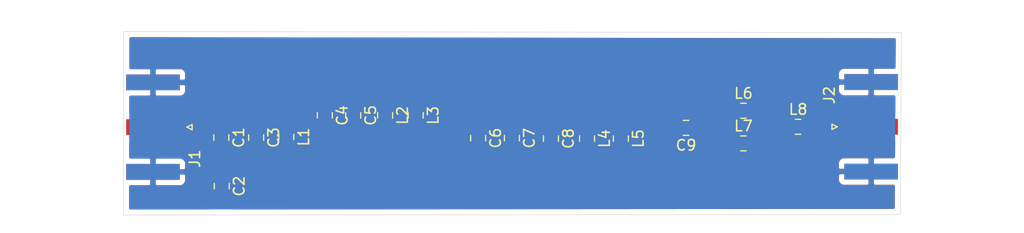
<source format=kicad_pcb>
(kicad_pcb (version 20171130) (host pcbnew "(6.0.0-rc1-dev-305-gf0b8b21)")

  (general
    (thickness 1.6)
    (drawings 4)
    (tracks 30)
    (zones 0)
    (modules 19)
    (nets 9)
  )

  (page A4)
  (layers
    (0 F.Cu signal)
    (31 B.Cu signal)
    (32 B.Adhes user)
    (33 F.Adhes user)
    (34 B.Paste user)
    (35 F.Paste user)
    (36 B.SilkS user)
    (37 F.SilkS user)
    (38 B.Mask user)
    (39 F.Mask user)
    (40 Dwgs.User user)
    (41 Cmts.User user)
    (42 Eco1.User user)
    (43 Eco2.User user)
    (44 Edge.Cuts user)
    (45 Margin user)
    (46 B.CrtYd user)
    (47 F.CrtYd user)
    (48 B.Fab user)
    (49 F.Fab user)
  )

  (setup
    (last_trace_width 0.25)
    (trace_clearance 0.2)
    (zone_clearance 0.508)
    (zone_45_only no)
    (trace_min 0.2)
    (via_size 0.8)
    (via_drill 0.4)
    (via_min_size 0.4)
    (via_min_drill 0.3)
    (uvia_size 0.3)
    (uvia_drill 0.1)
    (uvias_allowed no)
    (uvia_min_size 0.2)
    (uvia_min_drill 0.1)
    (edge_width 0.05)
    (segment_width 0.2)
    (pcb_text_width 0.3)
    (pcb_text_size 1.5 1.5)
    (mod_edge_width 0.12)
    (mod_text_size 1 1)
    (mod_text_width 0.15)
    (pad_size 1.524 1.524)
    (pad_drill 0.762)
    (pad_to_mask_clearance 0.2)
    (aux_axis_origin 0 0)
    (visible_elements FFFFFF7F)
    (pcbplotparams
      (layerselection 0x01000_ffffffff)
      (usegerberextensions false)
      (usegerberattributes false)
      (usegerberadvancedattributes false)
      (creategerberjobfile false)
      (excludeedgelayer true)
      (linewidth 0.100000)
      (plotframeref false)
      (viasonmask false)
      (mode 1)
      (useauxorigin false)
      (hpglpennumber 1)
      (hpglpenspeed 20)
      (hpglpendiameter 15.000000)
      (psnegative false)
      (psa4output false)
      (plotreference true)
      (plotvalue true)
      (plotinvisibletext false)
      (padsonsilk false)
      (subtractmaskfromsilk false)
      (outputformat 1)
      (mirror false)
      (drillshape 0)
      (scaleselection 1)
      (outputdirectory "../"))
  )

  (net 0 "")
  (net 1 "Net-(C1-Pad1)")
  (net 2 "Net-(C1-Pad2)")
  (net 3 GND)
  (net 4 "Net-(C4-Pad1)")
  (net 5 "Net-(C6-Pad1)")
  (net 6 "Net-(C9-Pad1)")
  (net 7 "Net-(J2-Pad1)")
  (net 8 "Net-(L6-Pad2)")

  (net_class Default "This is the default net class."
    (clearance 0.2)
    (trace_width 0.25)
    (via_dia 0.8)
    (via_drill 0.4)
    (uvia_dia 0.3)
    (uvia_drill 0.1)
    (add_net GND)
    (add_net "Net-(C1-Pad1)")
    (add_net "Net-(C1-Pad2)")
    (add_net "Net-(C4-Pad1)")
    (add_net "Net-(C6-Pad1)")
    (add_net "Net-(C9-Pad1)")
    (add_net "Net-(J2-Pad1)")
    (add_net "Net-(L6-Pad2)")
  )

  (module Capacitor_SMD:C_0805_2012Metric_Pad1.15x1.40mm_HandSolder (layer F.Cu) (tedit 5B36C52B) (tstamp 5E17D681)
    (at 124.2568 60.969 270)
    (descr "Capacitor SMD 0805 (2012 Metric), square (rectangular) end terminal, IPC_7351 nominal with elongated pad for handsoldering. (Body size source: https://docs.google.com/spreadsheets/d/1BsfQQcO9C6DZCsRaXUlFlo91Tg2WpOkGARC1WS5S8t0/edit?usp=sharing), generated with kicad-footprint-generator")
    (tags "capacitor handsolder")
    (path /5E17CEE0)
    (attr smd)
    (fp_text reference C1 (at 0 -1.65 270) (layer F.SilkS)
      (effects (font (size 1 1) (thickness 0.15)))
    )
    (fp_text value 4.7nF (at 0 1.65 270) (layer F.Fab)
      (effects (font (size 1 1) (thickness 0.15)))
    )
    (fp_line (start -1 0.6) (end -1 -0.6) (layer F.Fab) (width 0.1))
    (fp_line (start -1 -0.6) (end 1 -0.6) (layer F.Fab) (width 0.1))
    (fp_line (start 1 -0.6) (end 1 0.6) (layer F.Fab) (width 0.1))
    (fp_line (start 1 0.6) (end -1 0.6) (layer F.Fab) (width 0.1))
    (fp_line (start -0.261252 -0.71) (end 0.261252 -0.71) (layer F.SilkS) (width 0.12))
    (fp_line (start -0.261252 0.71) (end 0.261252 0.71) (layer F.SilkS) (width 0.12))
    (fp_line (start -1.85 0.95) (end -1.85 -0.95) (layer F.CrtYd) (width 0.05))
    (fp_line (start -1.85 -0.95) (end 1.85 -0.95) (layer F.CrtYd) (width 0.05))
    (fp_line (start 1.85 -0.95) (end 1.85 0.95) (layer F.CrtYd) (width 0.05))
    (fp_line (start 1.85 0.95) (end -1.85 0.95) (layer F.CrtYd) (width 0.05))
    (fp_text user %R (at 0 0 270) (layer F.Fab)
      (effects (font (size 0.5 0.5) (thickness 0.08)))
    )
    (pad 1 smd roundrect (at -1.025 0 270) (size 1.15 1.4) (layers F.Cu F.Paste F.Mask) (roundrect_rratio 0.217391)
      (net 1 "Net-(C1-Pad1)"))
    (pad 2 smd roundrect (at 1.025 0 270) (size 1.15 1.4) (layers F.Cu F.Paste F.Mask) (roundrect_rratio 0.217391)
      (net 2 "Net-(C1-Pad2)"))
    (model ${KISYS3DMOD}/Capacitor_SMD.3dshapes/C_0805_2012Metric.wrl
      (at (xyz 0 0 0))
      (scale (xyz 1 1 1))
      (rotate (xyz 0 0 0))
    )
  )

  (module Capacitor_SMD:C_0805_2012Metric_Pad1.15x1.40mm_HandSolder (layer F.Cu) (tedit 5B36C52B) (tstamp 5E17D692)
    (at 124.2986 65.5828 270)
    (descr "Capacitor SMD 0805 (2012 Metric), square (rectangular) end terminal, IPC_7351 nominal with elongated pad for handsoldering. (Body size source: https://docs.google.com/spreadsheets/d/1BsfQQcO9C6DZCsRaXUlFlo91Tg2WpOkGARC1WS5S8t0/edit?usp=sharing), generated with kicad-footprint-generator")
    (tags "capacitor handsolder")
    (path /5E17CF65)
    (attr smd)
    (fp_text reference C2 (at 0 -1.65 270) (layer F.SilkS)
      (effects (font (size 1 1) (thickness 0.15)))
    )
    (fp_text value 4.7nF (at 0 1.65 270) (layer F.Fab)
      (effects (font (size 1 1) (thickness 0.15)))
    )
    (fp_text user %R (at 0 0 270) (layer F.Fab)
      (effects (font (size 0.5 0.5) (thickness 0.08)))
    )
    (fp_line (start 1.85 0.95) (end -1.85 0.95) (layer F.CrtYd) (width 0.05))
    (fp_line (start 1.85 -0.95) (end 1.85 0.95) (layer F.CrtYd) (width 0.05))
    (fp_line (start -1.85 -0.95) (end 1.85 -0.95) (layer F.CrtYd) (width 0.05))
    (fp_line (start -1.85 0.95) (end -1.85 -0.95) (layer F.CrtYd) (width 0.05))
    (fp_line (start -0.261252 0.71) (end 0.261252 0.71) (layer F.SilkS) (width 0.12))
    (fp_line (start -0.261252 -0.71) (end 0.261252 -0.71) (layer F.SilkS) (width 0.12))
    (fp_line (start 1 0.6) (end -1 0.6) (layer F.Fab) (width 0.1))
    (fp_line (start 1 -0.6) (end 1 0.6) (layer F.Fab) (width 0.1))
    (fp_line (start -1 -0.6) (end 1 -0.6) (layer F.Fab) (width 0.1))
    (fp_line (start -1 0.6) (end -1 -0.6) (layer F.Fab) (width 0.1))
    (pad 2 smd roundrect (at 1.025 0 270) (size 1.15 1.4) (layers F.Cu F.Paste F.Mask) (roundrect_rratio 0.217391)
      (net 3 GND))
    (pad 1 smd roundrect (at -1.025 0 270) (size 1.15 1.4) (layers F.Cu F.Paste F.Mask) (roundrect_rratio 0.217391)
      (net 2 "Net-(C1-Pad2)"))
    (model ${KISYS3DMOD}/Capacitor_SMD.3dshapes/C_0805_2012Metric.wrl
      (at (xyz 0 0 0))
      (scale (xyz 1 1 1))
      (rotate (xyz 0 0 0))
    )
  )

  (module Capacitor_SMD:C_0805_2012Metric_Pad1.15x1.40mm_HandSolder (layer F.Cu) (tedit 5B36C52B) (tstamp 5E17D6A3)
    (at 127.5588 60.969 270)
    (descr "Capacitor SMD 0805 (2012 Metric), square (rectangular) end terminal, IPC_7351 nominal with elongated pad for handsoldering. (Body size source: https://docs.google.com/spreadsheets/d/1BsfQQcO9C6DZCsRaXUlFlo91Tg2WpOkGARC1WS5S8t0/edit?usp=sharing), generated with kicad-footprint-generator")
    (tags "capacitor handsolder")
    (path /5E17CFB3)
    (attr smd)
    (fp_text reference C3 (at 0 -1.65 270) (layer F.SilkS)
      (effects (font (size 1 1) (thickness 0.15)))
    )
    (fp_text value 86pF (at 0 1.65 270) (layer F.Fab)
      (effects (font (size 1 1) (thickness 0.15)))
    )
    (fp_line (start -1 0.6) (end -1 -0.6) (layer F.Fab) (width 0.1))
    (fp_line (start -1 -0.6) (end 1 -0.6) (layer F.Fab) (width 0.1))
    (fp_line (start 1 -0.6) (end 1 0.6) (layer F.Fab) (width 0.1))
    (fp_line (start 1 0.6) (end -1 0.6) (layer F.Fab) (width 0.1))
    (fp_line (start -0.261252 -0.71) (end 0.261252 -0.71) (layer F.SilkS) (width 0.12))
    (fp_line (start -0.261252 0.71) (end 0.261252 0.71) (layer F.SilkS) (width 0.12))
    (fp_line (start -1.85 0.95) (end -1.85 -0.95) (layer F.CrtYd) (width 0.05))
    (fp_line (start -1.85 -0.95) (end 1.85 -0.95) (layer F.CrtYd) (width 0.05))
    (fp_line (start 1.85 -0.95) (end 1.85 0.95) (layer F.CrtYd) (width 0.05))
    (fp_line (start 1.85 0.95) (end -1.85 0.95) (layer F.CrtYd) (width 0.05))
    (fp_text user %R (at 0 0 270) (layer F.Fab)
      (effects (font (size 0.5 0.5) (thickness 0.08)))
    )
    (pad 1 smd roundrect (at -1.025 0 270) (size 1.15 1.4) (layers F.Cu F.Paste F.Mask) (roundrect_rratio 0.217391)
      (net 1 "Net-(C1-Pad1)"))
    (pad 2 smd roundrect (at 1.025 0 270) (size 1.15 1.4) (layers F.Cu F.Paste F.Mask) (roundrect_rratio 0.217391)
      (net 3 GND))
    (model ${KISYS3DMOD}/Capacitor_SMD.3dshapes/C_0805_2012Metric.wrl
      (at (xyz 0 0 0))
      (scale (xyz 1 1 1))
      (rotate (xyz 0 0 0))
    )
  )

  (module Capacitor_SMD:C_0805_2012Metric_Pad1.15x1.40mm_HandSolder (layer F.Cu) (tedit 5B36C52B) (tstamp 5E17D6B4)
    (at 134.0612 58.8608 270)
    (descr "Capacitor SMD 0805 (2012 Metric), square (rectangular) end terminal, IPC_7351 nominal with elongated pad for handsoldering. (Body size source: https://docs.google.com/spreadsheets/d/1BsfQQcO9C6DZCsRaXUlFlo91Tg2WpOkGARC1WS5S8t0/edit?usp=sharing), generated with kicad-footprint-generator")
    (tags "capacitor handsolder")
    (path /5E17D0B2)
    (attr smd)
    (fp_text reference C4 (at 0 -1.65 270) (layer F.SilkS)
      (effects (font (size 1 1) (thickness 0.15)))
    )
    (fp_text value 3.9pF (at 0 1.65 270) (layer F.Fab)
      (effects (font (size 1 1) (thickness 0.15)))
    )
    (fp_line (start -1 0.6) (end -1 -0.6) (layer F.Fab) (width 0.1))
    (fp_line (start -1 -0.6) (end 1 -0.6) (layer F.Fab) (width 0.1))
    (fp_line (start 1 -0.6) (end 1 0.6) (layer F.Fab) (width 0.1))
    (fp_line (start 1 0.6) (end -1 0.6) (layer F.Fab) (width 0.1))
    (fp_line (start -0.261252 -0.71) (end 0.261252 -0.71) (layer F.SilkS) (width 0.12))
    (fp_line (start -0.261252 0.71) (end 0.261252 0.71) (layer F.SilkS) (width 0.12))
    (fp_line (start -1.85 0.95) (end -1.85 -0.95) (layer F.CrtYd) (width 0.05))
    (fp_line (start -1.85 -0.95) (end 1.85 -0.95) (layer F.CrtYd) (width 0.05))
    (fp_line (start 1.85 -0.95) (end 1.85 0.95) (layer F.CrtYd) (width 0.05))
    (fp_line (start 1.85 0.95) (end -1.85 0.95) (layer F.CrtYd) (width 0.05))
    (fp_text user %R (at 0 0 270) (layer F.Fab)
      (effects (font (size 0.5 0.5) (thickness 0.08)))
    )
    (pad 1 smd roundrect (at -1.025 0 270) (size 1.15 1.4) (layers F.Cu F.Paste F.Mask) (roundrect_rratio 0.217391)
      (net 4 "Net-(C4-Pad1)"))
    (pad 2 smd roundrect (at 1.025 0 270) (size 1.15 1.4) (layers F.Cu F.Paste F.Mask) (roundrect_rratio 0.217391)
      (net 1 "Net-(C1-Pad1)"))
    (model ${KISYS3DMOD}/Capacitor_SMD.3dshapes/C_0805_2012Metric.wrl
      (at (xyz 0 0 0))
      (scale (xyz 1 1 1))
      (rotate (xyz 0 0 0))
    )
  )

  (module Capacitor_SMD:C_0805_2012Metric_Pad1.15x1.40mm_HandSolder (layer F.Cu) (tedit 5B36C52B) (tstamp 5E17D6C5)
    (at 136.7536 58.8608 270)
    (descr "Capacitor SMD 0805 (2012 Metric), square (rectangular) end terminal, IPC_7351 nominal with elongated pad for handsoldering. (Body size source: https://docs.google.com/spreadsheets/d/1BsfQQcO9C6DZCsRaXUlFlo91Tg2WpOkGARC1WS5S8t0/edit?usp=sharing), generated with kicad-footprint-generator")
    (tags "capacitor handsolder")
    (path /5E17D061)
    (attr smd)
    (fp_text reference C5 (at 0 -1.65 270) (layer F.SilkS)
      (effects (font (size 1 1) (thickness 0.15)))
    )
    (fp_text value 3.9pF (at 0 1.65 270) (layer F.Fab)
      (effects (font (size 1 1) (thickness 0.15)))
    )
    (fp_text user %R (at 0 0 270) (layer F.Fab)
      (effects (font (size 0.5 0.5) (thickness 0.08)))
    )
    (fp_line (start 1.85 0.95) (end -1.85 0.95) (layer F.CrtYd) (width 0.05))
    (fp_line (start 1.85 -0.95) (end 1.85 0.95) (layer F.CrtYd) (width 0.05))
    (fp_line (start -1.85 -0.95) (end 1.85 -0.95) (layer F.CrtYd) (width 0.05))
    (fp_line (start -1.85 0.95) (end -1.85 -0.95) (layer F.CrtYd) (width 0.05))
    (fp_line (start -0.261252 0.71) (end 0.261252 0.71) (layer F.SilkS) (width 0.12))
    (fp_line (start -0.261252 -0.71) (end 0.261252 -0.71) (layer F.SilkS) (width 0.12))
    (fp_line (start 1 0.6) (end -1 0.6) (layer F.Fab) (width 0.1))
    (fp_line (start 1 -0.6) (end 1 0.6) (layer F.Fab) (width 0.1))
    (fp_line (start -1 -0.6) (end 1 -0.6) (layer F.Fab) (width 0.1))
    (fp_line (start -1 0.6) (end -1 -0.6) (layer F.Fab) (width 0.1))
    (pad 2 smd roundrect (at 1.025 0 270) (size 1.15 1.4) (layers F.Cu F.Paste F.Mask) (roundrect_rratio 0.217391)
      (net 1 "Net-(C1-Pad1)"))
    (pad 1 smd roundrect (at -1.025 0 270) (size 1.15 1.4) (layers F.Cu F.Paste F.Mask) (roundrect_rratio 0.217391)
      (net 4 "Net-(C4-Pad1)"))
    (model ${KISYS3DMOD}/Capacitor_SMD.3dshapes/C_0805_2012Metric.wrl
      (at (xyz 0 0 0))
      (scale (xyz 1 1 1))
      (rotate (xyz 0 0 0))
    )
  )

  (module Capacitor_SMD:C_0805_2012Metric_Pad1.15x1.40mm_HandSolder (layer F.Cu) (tedit 5B36C52B) (tstamp 5E17D6D6)
    (at 148.59 61.0198 270)
    (descr "Capacitor SMD 0805 (2012 Metric), square (rectangular) end terminal, IPC_7351 nominal with elongated pad for handsoldering. (Body size source: https://docs.google.com/spreadsheets/d/1BsfQQcO9C6DZCsRaXUlFlo91Tg2WpOkGARC1WS5S8t0/edit?usp=sharing), generated with kicad-footprint-generator")
    (tags "capacitor handsolder")
    (path /5E17D287)
    (attr smd)
    (fp_text reference C6 (at 0 -1.65 270) (layer F.SilkS)
      (effects (font (size 1 1) (thickness 0.15)))
    )
    (fp_text value 3.3nF (at 0 1.65 270) (layer F.Fab)
      (effects (font (size 1 1) (thickness 0.15)))
    )
    (fp_text user %R (at 0 0 270) (layer F.Fab)
      (effects (font (size 0.5 0.5) (thickness 0.08)))
    )
    (fp_line (start 1.85 0.95) (end -1.85 0.95) (layer F.CrtYd) (width 0.05))
    (fp_line (start 1.85 -0.95) (end 1.85 0.95) (layer F.CrtYd) (width 0.05))
    (fp_line (start -1.85 -0.95) (end 1.85 -0.95) (layer F.CrtYd) (width 0.05))
    (fp_line (start -1.85 0.95) (end -1.85 -0.95) (layer F.CrtYd) (width 0.05))
    (fp_line (start -0.261252 0.71) (end 0.261252 0.71) (layer F.SilkS) (width 0.12))
    (fp_line (start -0.261252 -0.71) (end 0.261252 -0.71) (layer F.SilkS) (width 0.12))
    (fp_line (start 1 0.6) (end -1 0.6) (layer F.Fab) (width 0.1))
    (fp_line (start 1 -0.6) (end 1 0.6) (layer F.Fab) (width 0.1))
    (fp_line (start -1 -0.6) (end 1 -0.6) (layer F.Fab) (width 0.1))
    (fp_line (start -1 0.6) (end -1 -0.6) (layer F.Fab) (width 0.1))
    (pad 2 smd roundrect (at 1.025 0 270) (size 1.15 1.4) (layers F.Cu F.Paste F.Mask) (roundrect_rratio 0.217391)
      (net 3 GND))
    (pad 1 smd roundrect (at -1.025 0 270) (size 1.15 1.4) (layers F.Cu F.Paste F.Mask) (roundrect_rratio 0.217391)
      (net 5 "Net-(C6-Pad1)"))
    (model ${KISYS3DMOD}/Capacitor_SMD.3dshapes/C_0805_2012Metric.wrl
      (at (xyz 0 0 0))
      (scale (xyz 1 1 1))
      (rotate (xyz 0 0 0))
    )
  )

  (module Capacitor_SMD:C_0805_2012Metric_Pad1.15x1.40mm_HandSolder (layer F.Cu) (tedit 5B36C52B) (tstamp 5E17D6E7)
    (at 151.7904 61.0198 270)
    (descr "Capacitor SMD 0805 (2012 Metric), square (rectangular) end terminal, IPC_7351 nominal with elongated pad for handsoldering. (Body size source: https://docs.google.com/spreadsheets/d/1BsfQQcO9C6DZCsRaXUlFlo91Tg2WpOkGARC1WS5S8t0/edit?usp=sharing), generated with kicad-footprint-generator")
    (tags "capacitor handsolder")
    (path /5E17D2F6)
    (attr smd)
    (fp_text reference C7 (at 0 -1.65 270) (layer F.SilkS)
      (effects (font (size 1 1) (thickness 0.15)))
    )
    (fp_text value 2.2nF (at 0 1.65 270) (layer F.Fab)
      (effects (font (size 1 1) (thickness 0.15)))
    )
    (fp_line (start -1 0.6) (end -1 -0.6) (layer F.Fab) (width 0.1))
    (fp_line (start -1 -0.6) (end 1 -0.6) (layer F.Fab) (width 0.1))
    (fp_line (start 1 -0.6) (end 1 0.6) (layer F.Fab) (width 0.1))
    (fp_line (start 1 0.6) (end -1 0.6) (layer F.Fab) (width 0.1))
    (fp_line (start -0.261252 -0.71) (end 0.261252 -0.71) (layer F.SilkS) (width 0.12))
    (fp_line (start -0.261252 0.71) (end 0.261252 0.71) (layer F.SilkS) (width 0.12))
    (fp_line (start -1.85 0.95) (end -1.85 -0.95) (layer F.CrtYd) (width 0.05))
    (fp_line (start -1.85 -0.95) (end 1.85 -0.95) (layer F.CrtYd) (width 0.05))
    (fp_line (start 1.85 -0.95) (end 1.85 0.95) (layer F.CrtYd) (width 0.05))
    (fp_line (start 1.85 0.95) (end -1.85 0.95) (layer F.CrtYd) (width 0.05))
    (fp_text user %R (at 0 0 270) (layer F.Fab)
      (effects (font (size 0.5 0.5) (thickness 0.08)))
    )
    (pad 1 smd roundrect (at -1.025 0 270) (size 1.15 1.4) (layers F.Cu F.Paste F.Mask) (roundrect_rratio 0.217391)
      (net 5 "Net-(C6-Pad1)"))
    (pad 2 smd roundrect (at 1.025 0 270) (size 1.15 1.4) (layers F.Cu F.Paste F.Mask) (roundrect_rratio 0.217391)
      (net 3 GND))
    (model ${KISYS3DMOD}/Capacitor_SMD.3dshapes/C_0805_2012Metric.wrl
      (at (xyz 0 0 0))
      (scale (xyz 1 1 1))
      (rotate (xyz 0 0 0))
    )
  )

  (module Capacitor_SMD:C_0805_2012Metric_Pad1.15x1.40mm_HandSolder (layer F.Cu) (tedit 5B36C52B) (tstamp 5E17D6F8)
    (at 155.4898 61.0616 270)
    (descr "Capacitor SMD 0805 (2012 Metric), square (rectangular) end terminal, IPC_7351 nominal with elongated pad for handsoldering. (Body size source: https://docs.google.com/spreadsheets/d/1BsfQQcO9C6DZCsRaXUlFlo91Tg2WpOkGARC1WS5S8t0/edit?usp=sharing), generated with kicad-footprint-generator")
    (tags "capacitor handsolder")
    (path /5E17D34C)
    (attr smd)
    (fp_text reference C8 (at 0 -1.65 270) (layer F.SilkS)
      (effects (font (size 1 1) (thickness 0.15)))
    )
    (fp_text value 390pF (at 0 1.65 270) (layer F.Fab)
      (effects (font (size 1 1) (thickness 0.15)))
    )
    (fp_text user %R (at 0 0 270) (layer F.Fab)
      (effects (font (size 0.5 0.5) (thickness 0.08)))
    )
    (fp_line (start 1.85 0.95) (end -1.85 0.95) (layer F.CrtYd) (width 0.05))
    (fp_line (start 1.85 -0.95) (end 1.85 0.95) (layer F.CrtYd) (width 0.05))
    (fp_line (start -1.85 -0.95) (end 1.85 -0.95) (layer F.CrtYd) (width 0.05))
    (fp_line (start -1.85 0.95) (end -1.85 -0.95) (layer F.CrtYd) (width 0.05))
    (fp_line (start -0.261252 0.71) (end 0.261252 0.71) (layer F.SilkS) (width 0.12))
    (fp_line (start -0.261252 -0.71) (end 0.261252 -0.71) (layer F.SilkS) (width 0.12))
    (fp_line (start 1 0.6) (end -1 0.6) (layer F.Fab) (width 0.1))
    (fp_line (start 1 -0.6) (end 1 0.6) (layer F.Fab) (width 0.1))
    (fp_line (start -1 -0.6) (end 1 -0.6) (layer F.Fab) (width 0.1))
    (fp_line (start -1 0.6) (end -1 -0.6) (layer F.Fab) (width 0.1))
    (pad 2 smd roundrect (at 1.025 0 270) (size 1.15 1.4) (layers F.Cu F.Paste F.Mask) (roundrect_rratio 0.217391)
      (net 3 GND))
    (pad 1 smd roundrect (at -1.025 0 270) (size 1.15 1.4) (layers F.Cu F.Paste F.Mask) (roundrect_rratio 0.217391)
      (net 5 "Net-(C6-Pad1)"))
    (model ${KISYS3DMOD}/Capacitor_SMD.3dshapes/C_0805_2012Metric.wrl
      (at (xyz 0 0 0))
      (scale (xyz 1 1 1))
      (rotate (xyz 0 0 0))
    )
  )

  (module Capacitor_SMD:C_0805_2012Metric_Pad1.15x1.40mm_HandSolder (layer F.Cu) (tedit 5B36C52B) (tstamp 5E17D709)
    (at 168.2914 60.0456 180)
    (descr "Capacitor SMD 0805 (2012 Metric), square (rectangular) end terminal, IPC_7351 nominal with elongated pad for handsoldering. (Body size source: https://docs.google.com/spreadsheets/d/1BsfQQcO9C6DZCsRaXUlFlo91Tg2WpOkGARC1WS5S8t0/edit?usp=sharing), generated with kicad-footprint-generator")
    (tags "capacitor handsolder")
    (path /5E17D471)
    (attr smd)
    (fp_text reference C9 (at 0 -1.65 180) (layer F.SilkS)
      (effects (font (size 1 1) (thickness 0.15)))
    )
    (fp_text value 4.7pF (at 0 1.65 180) (layer F.Fab)
      (effects (font (size 1 1) (thickness 0.15)))
    )
    (fp_line (start -1 0.6) (end -1 -0.6) (layer F.Fab) (width 0.1))
    (fp_line (start -1 -0.6) (end 1 -0.6) (layer F.Fab) (width 0.1))
    (fp_line (start 1 -0.6) (end 1 0.6) (layer F.Fab) (width 0.1))
    (fp_line (start 1 0.6) (end -1 0.6) (layer F.Fab) (width 0.1))
    (fp_line (start -0.261252 -0.71) (end 0.261252 -0.71) (layer F.SilkS) (width 0.12))
    (fp_line (start -0.261252 0.71) (end 0.261252 0.71) (layer F.SilkS) (width 0.12))
    (fp_line (start -1.85 0.95) (end -1.85 -0.95) (layer F.CrtYd) (width 0.05))
    (fp_line (start -1.85 -0.95) (end 1.85 -0.95) (layer F.CrtYd) (width 0.05))
    (fp_line (start 1.85 -0.95) (end 1.85 0.95) (layer F.CrtYd) (width 0.05))
    (fp_line (start 1.85 0.95) (end -1.85 0.95) (layer F.CrtYd) (width 0.05))
    (fp_text user %R (at 0 0 180) (layer F.Fab)
      (effects (font (size 0.5 0.5) (thickness 0.08)))
    )
    (pad 1 smd roundrect (at -1.025 0 180) (size 1.15 1.4) (layers F.Cu F.Paste F.Mask) (roundrect_rratio 0.217391)
      (net 6 "Net-(C9-Pad1)"))
    (pad 2 smd roundrect (at 1.025 0 180) (size 1.15 1.4) (layers F.Cu F.Paste F.Mask) (roundrect_rratio 0.217391)
      (net 5 "Net-(C6-Pad1)"))
    (model ${KISYS3DMOD}/Capacitor_SMD.3dshapes/C_0805_2012Metric.wrl
      (at (xyz 0 0 0))
      (scale (xyz 1 1 1))
      (rotate (xyz 0 0 0))
    )
  )

  (module Connector_Coaxial:SMA_Amphenol_132289_EdgeMount (layer F.Cu) (tedit 5A1C1810) (tstamp 5E17FF1A)
    (at 117.7798 59.9776 180)
    (descr http://www.amphenolrf.com/132289.html)
    (tags SMA)
    (path /5E181518)
    (attr smd)
    (fp_text reference J1 (at -3.96 -3 270) (layer F.SilkS)
      (effects (font (size 1 1) (thickness 0.15)))
    )
    (fp_text value Conn_Coaxial (at 5 6 180) (layer F.Fab)
      (effects (font (size 1 1) (thickness 0.15)))
    )
    (fp_line (start -1.91 5.08) (end 4.445 5.08) (layer F.Fab) (width 0.1))
    (fp_line (start -1.91 3.81) (end -1.91 5.08) (layer F.Fab) (width 0.1))
    (fp_line (start 2.54 3.81) (end -1.91 3.81) (layer F.Fab) (width 0.1))
    (fp_line (start 2.54 -3.81) (end 2.54 3.81) (layer F.Fab) (width 0.1))
    (fp_line (start -1.91 -3.81) (end 2.54 -3.81) (layer F.Fab) (width 0.1))
    (fp_line (start -1.91 -5.08) (end -1.91 -3.81) (layer F.Fab) (width 0.1))
    (fp_line (start -1.91 -5.08) (end 4.445 -5.08) (layer F.Fab) (width 0.1))
    (fp_line (start 4.445 -3.81) (end 4.445 -5.08) (layer F.Fab) (width 0.1))
    (fp_line (start 4.445 5.08) (end 4.445 3.81) (layer F.Fab) (width 0.1))
    (fp_line (start 13.97 3.81) (end 4.445 3.81) (layer F.Fab) (width 0.1))
    (fp_line (start 13.97 -3.81) (end 13.97 3.81) (layer F.Fab) (width 0.1))
    (fp_line (start 4.445 -3.81) (end 13.97 -3.81) (layer F.Fab) (width 0.1))
    (fp_line (start -3.04 5.58) (end -3.04 -5.58) (layer B.CrtYd) (width 0.05))
    (fp_line (start 14.47 5.58) (end -3.04 5.58) (layer B.CrtYd) (width 0.05))
    (fp_line (start 14.47 -5.58) (end 14.47 5.58) (layer B.CrtYd) (width 0.05))
    (fp_line (start 14.47 -5.58) (end -3.04 -5.58) (layer B.CrtYd) (width 0.05))
    (fp_line (start -3.04 5.58) (end -3.04 -5.58) (layer F.CrtYd) (width 0.05))
    (fp_line (start 14.47 5.58) (end -3.04 5.58) (layer F.CrtYd) (width 0.05))
    (fp_line (start 14.47 -5.58) (end 14.47 5.58) (layer F.CrtYd) (width 0.05))
    (fp_line (start 14.47 -5.58) (end -3.04 -5.58) (layer F.CrtYd) (width 0.05))
    (fp_text user %R (at 4.79 0 90) (layer F.Fab)
      (effects (font (size 1 1) (thickness 0.15)))
    )
    (fp_line (start 2.54 -0.75) (end 3.54 0) (layer F.Fab) (width 0.1))
    (fp_line (start 3.54 0) (end 2.54 0.75) (layer F.Fab) (width 0.1))
    (fp_line (start -3.21 0) (end -3.71 -0.25) (layer F.SilkS) (width 0.12))
    (fp_line (start -3.71 -0.25) (end -3.71 0.25) (layer F.SilkS) (width 0.12))
    (fp_line (start -3.71 0.25) (end -3.21 0) (layer F.SilkS) (width 0.12))
    (pad 1 smd rect (at 0 0 270) (size 1.5 5.08) (layers F.Cu F.Paste F.Mask)
      (net 1 "Net-(C1-Pad1)"))
    (pad 2 smd rect (at 0 -4.25 270) (size 1.5 5.08) (layers F.Cu F.Paste F.Mask)
      (net 3 GND))
    (pad 2 smd rect (at 0 4.25 270) (size 1.5 5.08) (layers F.Cu F.Paste F.Mask)
      (net 3 GND))
    (pad 2 smd rect (at 0 -4.25 270) (size 1.5 5.08) (layers B.Cu B.Paste B.Mask)
      (net 3 GND))
    (pad 2 smd rect (at 0 4.25 270) (size 1.5 5.08) (layers B.Cu B.Paste B.Mask)
      (net 3 GND))
    (model ${KISYS3DMOD}/Connector_Coaxial.3dshapes/SMA_Amphenol_132289_EdgeMount.wrl
      (at (xyz 0 0 0))
      (scale (xyz 1 1 1))
      (rotate (xyz 0 0 0))
    )
  )

  (module Connector_Coaxial:SMA_Amphenol_132289_EdgeMount (layer F.Cu) (tedit 5A1C1810) (tstamp 5E17D74F)
    (at 185.8264 59.944)
    (descr http://www.amphenolrf.com/132289.html)
    (tags SMA)
    (path /5E1812AE)
    (attr smd)
    (fp_text reference J2 (at -3.96 -3 90) (layer F.SilkS)
      (effects (font (size 1 1) (thickness 0.15)))
    )
    (fp_text value Conn_Coaxial (at 5 6) (layer F.Fab)
      (effects (font (size 1 1) (thickness 0.15)))
    )
    (fp_line (start -3.71 0.25) (end -3.21 0) (layer F.SilkS) (width 0.12))
    (fp_line (start -3.71 -0.25) (end -3.71 0.25) (layer F.SilkS) (width 0.12))
    (fp_line (start -3.21 0) (end -3.71 -0.25) (layer F.SilkS) (width 0.12))
    (fp_line (start 3.54 0) (end 2.54 0.75) (layer F.Fab) (width 0.1))
    (fp_line (start 2.54 -0.75) (end 3.54 0) (layer F.Fab) (width 0.1))
    (fp_text user %R (at 4.79 0 270) (layer F.Fab)
      (effects (font (size 1 1) (thickness 0.15)))
    )
    (fp_line (start 14.47 -5.58) (end -3.04 -5.58) (layer F.CrtYd) (width 0.05))
    (fp_line (start 14.47 -5.58) (end 14.47 5.58) (layer F.CrtYd) (width 0.05))
    (fp_line (start 14.47 5.58) (end -3.04 5.58) (layer F.CrtYd) (width 0.05))
    (fp_line (start -3.04 5.58) (end -3.04 -5.58) (layer F.CrtYd) (width 0.05))
    (fp_line (start 14.47 -5.58) (end -3.04 -5.58) (layer B.CrtYd) (width 0.05))
    (fp_line (start 14.47 -5.58) (end 14.47 5.58) (layer B.CrtYd) (width 0.05))
    (fp_line (start 14.47 5.58) (end -3.04 5.58) (layer B.CrtYd) (width 0.05))
    (fp_line (start -3.04 5.58) (end -3.04 -5.58) (layer B.CrtYd) (width 0.05))
    (fp_line (start 4.445 -3.81) (end 13.97 -3.81) (layer F.Fab) (width 0.1))
    (fp_line (start 13.97 -3.81) (end 13.97 3.81) (layer F.Fab) (width 0.1))
    (fp_line (start 13.97 3.81) (end 4.445 3.81) (layer F.Fab) (width 0.1))
    (fp_line (start 4.445 5.08) (end 4.445 3.81) (layer F.Fab) (width 0.1))
    (fp_line (start 4.445 -3.81) (end 4.445 -5.08) (layer F.Fab) (width 0.1))
    (fp_line (start -1.91 -5.08) (end 4.445 -5.08) (layer F.Fab) (width 0.1))
    (fp_line (start -1.91 -5.08) (end -1.91 -3.81) (layer F.Fab) (width 0.1))
    (fp_line (start -1.91 -3.81) (end 2.54 -3.81) (layer F.Fab) (width 0.1))
    (fp_line (start 2.54 -3.81) (end 2.54 3.81) (layer F.Fab) (width 0.1))
    (fp_line (start 2.54 3.81) (end -1.91 3.81) (layer F.Fab) (width 0.1))
    (fp_line (start -1.91 3.81) (end -1.91 5.08) (layer F.Fab) (width 0.1))
    (fp_line (start -1.91 5.08) (end 4.445 5.08) (layer F.Fab) (width 0.1))
    (pad 2 smd rect (at 0 4.25 90) (size 1.5 5.08) (layers B.Cu B.Paste B.Mask)
      (net 3 GND))
    (pad 2 smd rect (at 0 -4.25 90) (size 1.5 5.08) (layers B.Cu B.Paste B.Mask)
      (net 3 GND))
    (pad 2 smd rect (at 0 4.25 90) (size 1.5 5.08) (layers F.Cu F.Paste F.Mask)
      (net 3 GND))
    (pad 2 smd rect (at 0 -4.25 90) (size 1.5 5.08) (layers F.Cu F.Paste F.Mask)
      (net 3 GND))
    (pad 1 smd rect (at 0 0 90) (size 1.5 5.08) (layers F.Cu F.Paste F.Mask)
      (net 7 "Net-(J2-Pad1)"))
    (model ${KISYS3DMOD}/Connector_Coaxial.3dshapes/SMA_Amphenol_132289_EdgeMount.wrl
      (at (xyz 0 0 0))
      (scale (xyz 1 1 1))
      (rotate (xyz 0 0 0))
    )
  )

  (module Inductor_SMD:L_0805_2012Metric_Pad1.15x1.40mm_HandSolder (layer F.Cu) (tedit 5B36C52B) (tstamp 5E17D760)
    (at 130.4126 60.9092 270)
    (descr "Capacitor SMD 0805 (2012 Metric), square (rectangular) end terminal, IPC_7351 nominal with elongated pad for handsoldering. (Body size source: https://docs.google.com/spreadsheets/d/1BsfQQcO9C6DZCsRaXUlFlo91Tg2WpOkGARC1WS5S8t0/edit?usp=sharing), generated with kicad-footprint-generator")
    (tags "inductor handsolder")
    (path /5E17CFFF)
    (attr smd)
    (fp_text reference L1 (at 0 -1.65 270) (layer F.SilkS)
      (effects (font (size 1 1) (thickness 0.15)))
    )
    (fp_text value 12nH (at 0 1.65 270) (layer F.Fab)
      (effects (font (size 1 1) (thickness 0.15)))
    )
    (fp_line (start -1 0.6) (end -1 -0.6) (layer F.Fab) (width 0.1))
    (fp_line (start -1 -0.6) (end 1 -0.6) (layer F.Fab) (width 0.1))
    (fp_line (start 1 -0.6) (end 1 0.6) (layer F.Fab) (width 0.1))
    (fp_line (start 1 0.6) (end -1 0.6) (layer F.Fab) (width 0.1))
    (fp_line (start -0.261252 -0.71) (end 0.261252 -0.71) (layer F.SilkS) (width 0.12))
    (fp_line (start -0.261252 0.71) (end 0.261252 0.71) (layer F.SilkS) (width 0.12))
    (fp_line (start -1.85 0.95) (end -1.85 -0.95) (layer F.CrtYd) (width 0.05))
    (fp_line (start -1.85 -0.95) (end 1.85 -0.95) (layer F.CrtYd) (width 0.05))
    (fp_line (start 1.85 -0.95) (end 1.85 0.95) (layer F.CrtYd) (width 0.05))
    (fp_line (start 1.85 0.95) (end -1.85 0.95) (layer F.CrtYd) (width 0.05))
    (fp_text user %R (at 0 0 270) (layer F.Fab)
      (effects (font (size 0.5 0.5) (thickness 0.08)))
    )
    (pad 1 smd roundrect (at -1.025 0 270) (size 1.15 1.4) (layers F.Cu F.Paste F.Mask) (roundrect_rratio 0.217391)
      (net 1 "Net-(C1-Pad1)"))
    (pad 2 smd roundrect (at 1.025 0 270) (size 1.15 1.4) (layers F.Cu F.Paste F.Mask) (roundrect_rratio 0.217391)
      (net 3 GND))
    (model ${KISYS3DMOD}/Inductor_SMD.3dshapes/L_0805_2012Metric.wrl
      (at (xyz 0 0 0))
      (scale (xyz 1 1 1))
      (rotate (xyz 0 0 0))
    )
  )

  (module Inductor_SMD:L_0805_2012Metric_Pad1.15x1.40mm_HandSolder (layer F.Cu) (tedit 5B36C52B) (tstamp 5E17D771)
    (at 139.7762 58.8608 270)
    (descr "Capacitor SMD 0805 (2012 Metric), square (rectangular) end terminal, IPC_7351 nominal with elongated pad for handsoldering. (Body size source: https://docs.google.com/spreadsheets/d/1BsfQQcO9C6DZCsRaXUlFlo91Tg2WpOkGARC1WS5S8t0/edit?usp=sharing), generated with kicad-footprint-generator")
    (tags "inductor handsolder")
    (path /5E17D17D)
    (attr smd)
    (fp_text reference L2 (at 0 -1.65 270) (layer F.SilkS)
      (effects (font (size 1 1) (thickness 0.15)))
    )
    (fp_text value 27uH (at 0 1.65 270) (layer F.Fab)
      (effects (font (size 1 1) (thickness 0.15)))
    )
    (fp_text user %R (at 0 0 270) (layer F.Fab)
      (effects (font (size 0.5 0.5) (thickness 0.08)))
    )
    (fp_line (start 1.85 0.95) (end -1.85 0.95) (layer F.CrtYd) (width 0.05))
    (fp_line (start 1.85 -0.95) (end 1.85 0.95) (layer F.CrtYd) (width 0.05))
    (fp_line (start -1.85 -0.95) (end 1.85 -0.95) (layer F.CrtYd) (width 0.05))
    (fp_line (start -1.85 0.95) (end -1.85 -0.95) (layer F.CrtYd) (width 0.05))
    (fp_line (start -0.261252 0.71) (end 0.261252 0.71) (layer F.SilkS) (width 0.12))
    (fp_line (start -0.261252 -0.71) (end 0.261252 -0.71) (layer F.SilkS) (width 0.12))
    (fp_line (start 1 0.6) (end -1 0.6) (layer F.Fab) (width 0.1))
    (fp_line (start 1 -0.6) (end 1 0.6) (layer F.Fab) (width 0.1))
    (fp_line (start -1 -0.6) (end 1 -0.6) (layer F.Fab) (width 0.1))
    (fp_line (start -1 0.6) (end -1 -0.6) (layer F.Fab) (width 0.1))
    (pad 2 smd roundrect (at 1.025 0 270) (size 1.15 1.4) (layers F.Cu F.Paste F.Mask) (roundrect_rratio 0.217391)
      (net 5 "Net-(C6-Pad1)"))
    (pad 1 smd roundrect (at -1.025 0 270) (size 1.15 1.4) (layers F.Cu F.Paste F.Mask) (roundrect_rratio 0.217391)
      (net 4 "Net-(C4-Pad1)"))
    (model ${KISYS3DMOD}/Inductor_SMD.3dshapes/L_0805_2012Metric.wrl
      (at (xyz 0 0 0))
      (scale (xyz 1 1 1))
      (rotate (xyz 0 0 0))
    )
  )

  (module Inductor_SMD:L_0805_2012Metric_Pad1.15x1.40mm_HandSolder (layer F.Cu) (tedit 5B36C52B) (tstamp 5E17D782)
    (at 142.6718 58.8608 270)
    (descr "Capacitor SMD 0805 (2012 Metric), square (rectangular) end terminal, IPC_7351 nominal with elongated pad for handsoldering. (Body size source: https://docs.google.com/spreadsheets/d/1BsfQQcO9C6DZCsRaXUlFlo91Tg2WpOkGARC1WS5S8t0/edit?usp=sharing), generated with kicad-footprint-generator")
    (tags "inductor handsolder")
    (path /5E17D204)
    (attr smd)
    (fp_text reference L3 (at 0 -1.65 270) (layer F.SilkS)
      (effects (font (size 1 1) (thickness 0.15)))
    )
    (fp_text value 27uH (at 0 1.65 270) (layer F.Fab)
      (effects (font (size 1 1) (thickness 0.15)))
    )
    (fp_line (start -1 0.6) (end -1 -0.6) (layer F.Fab) (width 0.1))
    (fp_line (start -1 -0.6) (end 1 -0.6) (layer F.Fab) (width 0.1))
    (fp_line (start 1 -0.6) (end 1 0.6) (layer F.Fab) (width 0.1))
    (fp_line (start 1 0.6) (end -1 0.6) (layer F.Fab) (width 0.1))
    (fp_line (start -0.261252 -0.71) (end 0.261252 -0.71) (layer F.SilkS) (width 0.12))
    (fp_line (start -0.261252 0.71) (end 0.261252 0.71) (layer F.SilkS) (width 0.12))
    (fp_line (start -1.85 0.95) (end -1.85 -0.95) (layer F.CrtYd) (width 0.05))
    (fp_line (start -1.85 -0.95) (end 1.85 -0.95) (layer F.CrtYd) (width 0.05))
    (fp_line (start 1.85 -0.95) (end 1.85 0.95) (layer F.CrtYd) (width 0.05))
    (fp_line (start 1.85 0.95) (end -1.85 0.95) (layer F.CrtYd) (width 0.05))
    (fp_text user %R (at 0 0 270) (layer F.Fab)
      (effects (font (size 0.5 0.5) (thickness 0.08)))
    )
    (pad 1 smd roundrect (at -1.025 0 270) (size 1.15 1.4) (layers F.Cu F.Paste F.Mask) (roundrect_rratio 0.217391)
      (net 4 "Net-(C4-Pad1)"))
    (pad 2 smd roundrect (at 1.025 0 270) (size 1.15 1.4) (layers F.Cu F.Paste F.Mask) (roundrect_rratio 0.217391)
      (net 5 "Net-(C6-Pad1)"))
    (model ${KISYS3DMOD}/Inductor_SMD.3dshapes/L_0805_2012Metric.wrl
      (at (xyz 0 0 0))
      (scale (xyz 1 1 1))
      (rotate (xyz 0 0 0))
    )
  )

  (module Inductor_SMD:L_0805_2012Metric_Pad1.15x1.40mm_HandSolder (layer F.Cu) (tedit 5B36C52B) (tstamp 5E17D793)
    (at 158.9114 61.0616 270)
    (descr "Capacitor SMD 0805 (2012 Metric), square (rectangular) end terminal, IPC_7351 nominal with elongated pad for handsoldering. (Body size source: https://docs.google.com/spreadsheets/d/1BsfQQcO9C6DZCsRaXUlFlo91Tg2WpOkGARC1WS5S8t0/edit?usp=sharing), generated with kicad-footprint-generator")
    (tags "inductor handsolder")
    (path /5E17D3B4)
    (attr smd)
    (fp_text reference L4 (at 0 -1.65 270) (layer F.SilkS)
      (effects (font (size 1 1) (thickness 0.15)))
    )
    (fp_text value 10nH (at 0 1.65 270) (layer F.Fab)
      (effects (font (size 1 1) (thickness 0.15)))
    )
    (fp_text user %R (at 0 0 270) (layer F.Fab)
      (effects (font (size 0.5 0.5) (thickness 0.08)))
    )
    (fp_line (start 1.85 0.95) (end -1.85 0.95) (layer F.CrtYd) (width 0.05))
    (fp_line (start 1.85 -0.95) (end 1.85 0.95) (layer F.CrtYd) (width 0.05))
    (fp_line (start -1.85 -0.95) (end 1.85 -0.95) (layer F.CrtYd) (width 0.05))
    (fp_line (start -1.85 0.95) (end -1.85 -0.95) (layer F.CrtYd) (width 0.05))
    (fp_line (start -0.261252 0.71) (end 0.261252 0.71) (layer F.SilkS) (width 0.12))
    (fp_line (start -0.261252 -0.71) (end 0.261252 -0.71) (layer F.SilkS) (width 0.12))
    (fp_line (start 1 0.6) (end -1 0.6) (layer F.Fab) (width 0.1))
    (fp_line (start 1 -0.6) (end 1 0.6) (layer F.Fab) (width 0.1))
    (fp_line (start -1 -0.6) (end 1 -0.6) (layer F.Fab) (width 0.1))
    (fp_line (start -1 0.6) (end -1 -0.6) (layer F.Fab) (width 0.1))
    (pad 2 smd roundrect (at 1.025 0 270) (size 1.15 1.4) (layers F.Cu F.Paste F.Mask) (roundrect_rratio 0.217391)
      (net 3 GND))
    (pad 1 smd roundrect (at -1.025 0 270) (size 1.15 1.4) (layers F.Cu F.Paste F.Mask) (roundrect_rratio 0.217391)
      (net 5 "Net-(C6-Pad1)"))
    (model ${KISYS3DMOD}/Inductor_SMD.3dshapes/L_0805_2012Metric.wrl
      (at (xyz 0 0 0))
      (scale (xyz 1 1 1))
      (rotate (xyz 0 0 0))
    )
  )

  (module Inductor_SMD:L_0805_2012Metric_Pad1.15x1.40mm_HandSolder (layer F.Cu) (tedit 5B36C52B) (tstamp 5E17D7A4)
    (at 162.1118 61.0616 270)
    (descr "Capacitor SMD 0805 (2012 Metric), square (rectangular) end terminal, IPC_7351 nominal with elongated pad for handsoldering. (Body size source: https://docs.google.com/spreadsheets/d/1BsfQQcO9C6DZCsRaXUlFlo91Tg2WpOkGARC1WS5S8t0/edit?usp=sharing), generated with kicad-footprint-generator")
    (tags "inductor handsolder")
    (path /5E17D40B)
    (attr smd)
    (fp_text reference L5 (at 0 -1.65 270) (layer F.SilkS)
      (effects (font (size 1 1) (thickness 0.15)))
    )
    (fp_text value 10nH (at 0 1.65 270) (layer F.Fab)
      (effects (font (size 1 1) (thickness 0.15)))
    )
    (fp_line (start -1 0.6) (end -1 -0.6) (layer F.Fab) (width 0.1))
    (fp_line (start -1 -0.6) (end 1 -0.6) (layer F.Fab) (width 0.1))
    (fp_line (start 1 -0.6) (end 1 0.6) (layer F.Fab) (width 0.1))
    (fp_line (start 1 0.6) (end -1 0.6) (layer F.Fab) (width 0.1))
    (fp_line (start -0.261252 -0.71) (end 0.261252 -0.71) (layer F.SilkS) (width 0.12))
    (fp_line (start -0.261252 0.71) (end 0.261252 0.71) (layer F.SilkS) (width 0.12))
    (fp_line (start -1.85 0.95) (end -1.85 -0.95) (layer F.CrtYd) (width 0.05))
    (fp_line (start -1.85 -0.95) (end 1.85 -0.95) (layer F.CrtYd) (width 0.05))
    (fp_line (start 1.85 -0.95) (end 1.85 0.95) (layer F.CrtYd) (width 0.05))
    (fp_line (start 1.85 0.95) (end -1.85 0.95) (layer F.CrtYd) (width 0.05))
    (fp_text user %R (at 0 0 270) (layer F.Fab)
      (effects (font (size 0.5 0.5) (thickness 0.08)))
    )
    (pad 1 smd roundrect (at -1.025 0 270) (size 1.15 1.4) (layers F.Cu F.Paste F.Mask) (roundrect_rratio 0.217391)
      (net 5 "Net-(C6-Pad1)"))
    (pad 2 smd roundrect (at 1.025 0 270) (size 1.15 1.4) (layers F.Cu F.Paste F.Mask) (roundrect_rratio 0.217391)
      (net 3 GND))
    (model ${KISYS3DMOD}/Inductor_SMD.3dshapes/L_0805_2012Metric.wrl
      (at (xyz 0 0 0))
      (scale (xyz 1 1 1))
      (rotate (xyz 0 0 0))
    )
  )

  (module Inductor_SMD:L_0805_2012Metric_Pad1.15x1.40mm_HandSolder (layer F.Cu) (tedit 5B36C52B) (tstamp 5E17D7B5)
    (at 173.727 58.42)
    (descr "Capacitor SMD 0805 (2012 Metric), square (rectangular) end terminal, IPC_7351 nominal with elongated pad for handsoldering. (Body size source: https://docs.google.com/spreadsheets/d/1BsfQQcO9C6DZCsRaXUlFlo91Tg2WpOkGARC1WS5S8t0/edit?usp=sharing), generated with kicad-footprint-generator")
    (tags "inductor handsolder")
    (path /5E17D4FF)
    (attr smd)
    (fp_text reference L6 (at 0 -1.65) (layer F.SilkS)
      (effects (font (size 1 1) (thickness 0.15)))
    )
    (fp_text value 12uH (at 0 1.65) (layer F.Fab)
      (effects (font (size 1 1) (thickness 0.15)))
    )
    (fp_text user %R (at 0 0) (layer F.Fab)
      (effects (font (size 0.5 0.5) (thickness 0.08)))
    )
    (fp_line (start 1.85 0.95) (end -1.85 0.95) (layer F.CrtYd) (width 0.05))
    (fp_line (start 1.85 -0.95) (end 1.85 0.95) (layer F.CrtYd) (width 0.05))
    (fp_line (start -1.85 -0.95) (end 1.85 -0.95) (layer F.CrtYd) (width 0.05))
    (fp_line (start -1.85 0.95) (end -1.85 -0.95) (layer F.CrtYd) (width 0.05))
    (fp_line (start -0.261252 0.71) (end 0.261252 0.71) (layer F.SilkS) (width 0.12))
    (fp_line (start -0.261252 -0.71) (end 0.261252 -0.71) (layer F.SilkS) (width 0.12))
    (fp_line (start 1 0.6) (end -1 0.6) (layer F.Fab) (width 0.1))
    (fp_line (start 1 -0.6) (end 1 0.6) (layer F.Fab) (width 0.1))
    (fp_line (start -1 -0.6) (end 1 -0.6) (layer F.Fab) (width 0.1))
    (fp_line (start -1 0.6) (end -1 -0.6) (layer F.Fab) (width 0.1))
    (pad 2 smd roundrect (at 1.025 0) (size 1.15 1.4) (layers F.Cu F.Paste F.Mask) (roundrect_rratio 0.217391)
      (net 8 "Net-(L6-Pad2)"))
    (pad 1 smd roundrect (at -1.025 0) (size 1.15 1.4) (layers F.Cu F.Paste F.Mask) (roundrect_rratio 0.217391)
      (net 6 "Net-(C9-Pad1)"))
    (model ${KISYS3DMOD}/Inductor_SMD.3dshapes/L_0805_2012Metric.wrl
      (at (xyz 0 0 0))
      (scale (xyz 1 1 1))
      (rotate (xyz 0 0 0))
    )
  )

  (module Inductor_SMD:L_0805_2012Metric_Pad1.15x1.40mm_HandSolder (layer F.Cu) (tedit 5B36C52B) (tstamp 5E17D7C6)
    (at 173.727 61.5188)
    (descr "Capacitor SMD 0805 (2012 Metric), square (rectangular) end terminal, IPC_7351 nominal with elongated pad for handsoldering. (Body size source: https://docs.google.com/spreadsheets/d/1BsfQQcO9C6DZCsRaXUlFlo91Tg2WpOkGARC1WS5S8t0/edit?usp=sharing), generated with kicad-footprint-generator")
    (tags "inductor handsolder")
    (path /5E17D5A0)
    (attr smd)
    (fp_text reference L7 (at 0 -1.65) (layer F.SilkS)
      (effects (font (size 1 1) (thickness 0.15)))
    )
    (fp_text value 12uH (at 0 1.65) (layer F.Fab)
      (effects (font (size 1 1) (thickness 0.15)))
    )
    (fp_line (start -1 0.6) (end -1 -0.6) (layer F.Fab) (width 0.1))
    (fp_line (start -1 -0.6) (end 1 -0.6) (layer F.Fab) (width 0.1))
    (fp_line (start 1 -0.6) (end 1 0.6) (layer F.Fab) (width 0.1))
    (fp_line (start 1 0.6) (end -1 0.6) (layer F.Fab) (width 0.1))
    (fp_line (start -0.261252 -0.71) (end 0.261252 -0.71) (layer F.SilkS) (width 0.12))
    (fp_line (start -0.261252 0.71) (end 0.261252 0.71) (layer F.SilkS) (width 0.12))
    (fp_line (start -1.85 0.95) (end -1.85 -0.95) (layer F.CrtYd) (width 0.05))
    (fp_line (start -1.85 -0.95) (end 1.85 -0.95) (layer F.CrtYd) (width 0.05))
    (fp_line (start 1.85 -0.95) (end 1.85 0.95) (layer F.CrtYd) (width 0.05))
    (fp_line (start 1.85 0.95) (end -1.85 0.95) (layer F.CrtYd) (width 0.05))
    (fp_text user %R (at 0 0) (layer F.Fab)
      (effects (font (size 0.5 0.5) (thickness 0.08)))
    )
    (pad 1 smd roundrect (at -1.025 0) (size 1.15 1.4) (layers F.Cu F.Paste F.Mask) (roundrect_rratio 0.217391)
      (net 6 "Net-(C9-Pad1)"))
    (pad 2 smd roundrect (at 1.025 0) (size 1.15 1.4) (layers F.Cu F.Paste F.Mask) (roundrect_rratio 0.217391)
      (net 8 "Net-(L6-Pad2)"))
    (model ${KISYS3DMOD}/Inductor_SMD.3dshapes/L_0805_2012Metric.wrl
      (at (xyz 0 0 0))
      (scale (xyz 1 1 1))
      (rotate (xyz 0 0 0))
    )
  )

  (module Inductor_SMD:L_0805_2012Metric_Pad1.15x1.40mm_HandSolder (layer F.Cu) (tedit 5B36C52B) (tstamp 5E17D7D7)
    (at 178.9086 59.944)
    (descr "Capacitor SMD 0805 (2012 Metric), square (rectangular) end terminal, IPC_7351 nominal with elongated pad for handsoldering. (Body size source: https://docs.google.com/spreadsheets/d/1BsfQQcO9C6DZCsRaXUlFlo91Tg2WpOkGARC1WS5S8t0/edit?usp=sharing), generated with kicad-footprint-generator")
    (tags "inductor handsolder")
    (path /5E17D63F)
    (attr smd)
    (fp_text reference L8 (at 0 -1.65) (layer F.SilkS)
      (effects (font (size 1 1) (thickness 0.15)))
    )
    (fp_text value 91nH (at 0 1.65) (layer F.Fab)
      (effects (font (size 1 1) (thickness 0.15)))
    )
    (fp_text user %R (at 0 0) (layer F.Fab)
      (effects (font (size 0.5 0.5) (thickness 0.08)))
    )
    (fp_line (start 1.85 0.95) (end -1.85 0.95) (layer F.CrtYd) (width 0.05))
    (fp_line (start 1.85 -0.95) (end 1.85 0.95) (layer F.CrtYd) (width 0.05))
    (fp_line (start -1.85 -0.95) (end 1.85 -0.95) (layer F.CrtYd) (width 0.05))
    (fp_line (start -1.85 0.95) (end -1.85 -0.95) (layer F.CrtYd) (width 0.05))
    (fp_line (start -0.261252 0.71) (end 0.261252 0.71) (layer F.SilkS) (width 0.12))
    (fp_line (start -0.261252 -0.71) (end 0.261252 -0.71) (layer F.SilkS) (width 0.12))
    (fp_line (start 1 0.6) (end -1 0.6) (layer F.Fab) (width 0.1))
    (fp_line (start 1 -0.6) (end 1 0.6) (layer F.Fab) (width 0.1))
    (fp_line (start -1 -0.6) (end 1 -0.6) (layer F.Fab) (width 0.1))
    (fp_line (start -1 0.6) (end -1 -0.6) (layer F.Fab) (width 0.1))
    (pad 2 smd roundrect (at 1.025 0) (size 1.15 1.4) (layers F.Cu F.Paste F.Mask) (roundrect_rratio 0.217391)
      (net 7 "Net-(J2-Pad1)"))
    (pad 1 smd roundrect (at -1.025 0) (size 1.15 1.4) (layers F.Cu F.Paste F.Mask) (roundrect_rratio 0.217391)
      (net 8 "Net-(L6-Pad2)"))
    (model ${KISYS3DMOD}/Inductor_SMD.3dshapes/L_0805_2012Metric.wrl
      (at (xyz 0 0 0))
      (scale (xyz 1 1 1))
      (rotate (xyz 0 0 0))
    )
  )

  (gr_line (start 188.6966 51.0032) (end 115.0366 50.9016) (layer Edge.Cuts) (width 0.05))
  (gr_line (start 188.595 68.2752) (end 188.6966 51.0032) (layer Edge.Cuts) (width 0.05))
  (gr_line (start 114.9858 68.326) (end 188.595 68.2752) (layer Edge.Cuts) (width 0.05))
  (gr_line (start 115.0112 50.927) (end 114.9858 68.326) (layer Edge.Cuts) (width 0.05))

  (segment (start 130.3528 59.944) (end 130.4126 59.8842) (width 0.25) (layer F.Cu) (net 1))
  (segment (start 117.9576 59.944) (end 130.3528 59.944) (width 0.25) (layer F.Cu) (net 1))
  (segment (start 136.752 59.8842) (end 136.7536 59.8858) (width 0.25) (layer F.Cu) (net 1))
  (segment (start 130.4126 59.8842) (end 136.752 59.8842) (width 0.25) (layer F.Cu) (net 1))
  (segment (start 124.2568 64.516) (end 124.2986 64.5578) (width 0.25) (layer F.Cu) (net 2))
  (segment (start 124.2568 61.994) (end 124.2568 64.516) (width 0.25) (layer F.Cu) (net 2))
  (segment (start 134.0612 57.8358) (end 142.6718 57.8358) (width 0.25) (layer F.Cu) (net 4))
  (segment (start 161.961 59.8858) (end 162.1118 60.0366) (width 0.25) (layer F.Cu) (net 5))
  (segment (start 167.1066 59.8858) (end 167.2664 60.0456) (width 0.25) (layer F.Cu) (net 5))
  (segment (start 140.5762 59.8858) (end 142.6718 59.8858) (width 0.25) (layer F.Cu) (net 5))
  (segment (start 139.7762 59.8858) (end 140.5762 59.8858) (width 0.25) (layer F.Cu) (net 5))
  (segment (start 148.481 59.8858) (end 148.59 59.9948) (width 0.25) (layer F.Cu) (net 5))
  (segment (start 142.6718 59.8858) (end 148.481 59.8858) (width 0.25) (layer F.Cu) (net 5))
  (segment (start 148.59 59.9948) (end 151.7904 59.9948) (width 0.25) (layer F.Cu) (net 5))
  (segment (start 155.448 59.9948) (end 155.4898 60.0366) (width 0.25) (layer F.Cu) (net 5))
  (segment (start 151.7904 59.9948) (end 155.448 59.9948) (width 0.25) (layer F.Cu) (net 5))
  (segment (start 155.4898 60.0366) (end 158.9114 60.0366) (width 0.25) (layer F.Cu) (net 5))
  (segment (start 158.9114 60.0366) (end 162.1118 60.0366) (width 0.25) (layer F.Cu) (net 5))
  (segment (start 167.2574 60.0366) (end 167.2664 60.0456) (width 0.25) (layer F.Cu) (net 5))
  (segment (start 162.1118 60.0366) (end 167.2574 60.0366) (width 0.25) (layer F.Cu) (net 5))
  (segment (start 171.0764 60.0456) (end 172.702 58.42) (width 0.25) (layer F.Cu) (net 6))
  (segment (start 171.2288 60.0456) (end 172.702 61.5188) (width 0.25) (layer F.Cu) (net 6))
  (segment (start 170.8404 60.0456) (end 171.2288 60.0456) (width 0.25) (layer F.Cu) (net 6))
  (segment (start 169.3164 60.0456) (end 170.8404 60.0456) (width 0.25) (layer F.Cu) (net 6))
  (segment (start 170.8404 60.0456) (end 171.0764 60.0456) (width 0.25) (layer F.Cu) (net 6))
  (segment (start 179.9336 59.944) (end 185.8264 59.944) (width 0.25) (layer F.Cu) (net 7))
  (segment (start 176.3596 58.42) (end 177.8836 59.944) (width 0.25) (layer F.Cu) (net 8))
  (segment (start 174.752 58.42) (end 176.3596 58.42) (width 0.25) (layer F.Cu) (net 8))
  (segment (start 176.3088 61.5188) (end 177.8836 59.944) (width 0.25) (layer F.Cu) (net 8))
  (segment (start 174.752 61.5188) (end 176.3088 61.5188) (width 0.25) (layer F.Cu) (net 8))

  (zone (net 3) (net_name GND) (layer F.Cu) (tstamp 5E1D25F3) (hatch edge 0.508)
    (connect_pads (clearance 0.508))
    (min_thickness 0.254)
    (fill yes (arc_segments 16) (thermal_gap 0.508) (thermal_bridge_width 0.508))
    (polygon
      (pts
        (xy 114.7318 47.9044) (xy 114.7826 70.0278) (xy 189.6872 69.977) (xy 189.6872 48.006)
      )
    )
    (filled_polygon
      (pts
        (xy 138.691614 58.795386) (xy 138.789513 58.8608) (xy 138.691614 58.926214) (xy 138.497073 59.217364) (xy 138.42876 59.560799)
        (xy 138.42876 60.210801) (xy 138.497073 60.554236) (xy 138.691614 60.845386) (xy 138.982764 61.039927) (xy 139.326199 61.10824)
        (xy 140.226201 61.10824) (xy 140.569636 61.039927) (xy 140.860786 60.845386) (xy 140.994146 60.6458) (xy 141.453854 60.6458)
        (xy 141.587214 60.845386) (xy 141.878364 61.039927) (xy 142.221799 61.10824) (xy 143.121801 61.10824) (xy 143.465236 61.039927)
        (xy 143.756386 60.845386) (xy 143.889746 60.6458) (xy 147.307405 60.6458) (xy 147.310873 60.663236) (xy 147.505414 60.954386)
        (xy 147.506597 60.955177) (xy 147.351673 61.110102) (xy 147.255 61.343491) (xy 147.255 61.75905) (xy 147.41375 61.9178)
        (xy 148.463 61.9178) (xy 148.463 61.8978) (xy 148.717 61.8978) (xy 148.717 61.9178) (xy 149.76625 61.9178)
        (xy 149.925 61.75905) (xy 149.925 61.343491) (xy 149.828327 61.110102) (xy 149.673403 60.955177) (xy 149.674586 60.954386)
        (xy 149.807946 60.7548) (xy 150.572454 60.7548) (xy 150.705814 60.954386) (xy 150.706997 60.955177) (xy 150.552073 61.110102)
        (xy 150.4554 61.343491) (xy 150.4554 61.75905) (xy 150.61415 61.9178) (xy 151.6634 61.9178) (xy 151.6634 61.8978)
        (xy 151.9174 61.8978) (xy 151.9174 61.9178) (xy 152.96665 61.9178) (xy 153.1254 61.75905) (xy 153.1254 61.343491)
        (xy 153.028727 61.110102) (xy 152.873803 60.955177) (xy 152.874986 60.954386) (xy 153.008346 60.7548) (xy 154.243924 60.7548)
        (xy 154.405214 60.996186) (xy 154.406397 60.996977) (xy 154.251473 61.151902) (xy 154.1548 61.385291) (xy 154.1548 61.80085)
        (xy 154.31355 61.9596) (xy 155.3628 61.9596) (xy 155.3628 61.9396) (xy 155.6168 61.9396) (xy 155.6168 61.9596)
        (xy 156.66605 61.9596) (xy 156.8248 61.80085) (xy 156.8248 61.385291) (xy 156.728127 61.151902) (xy 156.573203 60.996977)
        (xy 156.574386 60.996186) (xy 156.707746 60.7966) (xy 157.693454 60.7966) (xy 157.826814 60.996186) (xy 157.827997 60.996977)
        (xy 157.673073 61.151902) (xy 157.5764 61.385291) (xy 157.5764 61.80085) (xy 157.73515 61.9596) (xy 158.7844 61.9596)
        (xy 158.7844 61.9396) (xy 159.0384 61.9396) (xy 159.0384 61.9596) (xy 160.08765 61.9596) (xy 160.2464 61.80085)
        (xy 160.2464 61.385291) (xy 160.149727 61.151902) (xy 159.994803 60.996977) (xy 159.995986 60.996186) (xy 160.129346 60.7966)
        (xy 160.893854 60.7966) (xy 161.027214 60.996186) (xy 161.028397 60.996977) (xy 160.873473 61.151902) (xy 160.7768 61.385291)
        (xy 160.7768 61.80085) (xy 160.93555 61.9596) (xy 161.9848 61.9596) (xy 161.9848 61.9396) (xy 162.2388 61.9396)
        (xy 162.2388 61.9596) (xy 163.28805 61.9596) (xy 163.4468 61.80085) (xy 163.4468 61.385291) (xy 163.350127 61.151902)
        (xy 163.195203 60.996977) (xy 163.196386 60.996186) (xy 163.329746 60.7966) (xy 166.103832 60.7966) (xy 166.112273 60.839036)
        (xy 166.306814 61.130186) (xy 166.597964 61.324727) (xy 166.941399 61.39304) (xy 167.591401 61.39304) (xy 167.934836 61.324727)
        (xy 168.225986 61.130186) (xy 168.2914 61.032287) (xy 168.356814 61.130186) (xy 168.647964 61.324727) (xy 168.991399 61.39304)
        (xy 169.641401 61.39304) (xy 169.984836 61.324727) (xy 170.275986 61.130186) (xy 170.470527 60.839036) (xy 170.477178 60.8056)
        (xy 170.913999 60.8056) (xy 171.47956 61.371162) (xy 171.47956 61.968801) (xy 171.547873 62.312236) (xy 171.742414 62.603386)
        (xy 172.033564 62.797927) (xy 172.376999 62.86624) (xy 173.027001 62.86624) (xy 173.370436 62.797927) (xy 173.661586 62.603386)
        (xy 173.727 62.505487) (xy 173.792414 62.603386) (xy 174.083564 62.797927) (xy 174.426999 62.86624) (xy 175.077001 62.86624)
        (xy 175.420436 62.797927) (xy 175.711586 62.603386) (xy 175.906127 62.312236) (xy 175.912778 62.2788) (xy 176.233953 62.2788)
        (xy 176.3088 62.293688) (xy 176.383647 62.2788) (xy 176.383652 62.2788) (xy 176.605337 62.234704) (xy 176.856729 62.066729)
        (xy 176.899131 62.00327) (xy 177.610961 61.29144) (xy 178.208601 61.29144) (xy 178.552036 61.223127) (xy 178.843186 61.028586)
        (xy 178.9086 60.930687) (xy 178.974014 61.028586) (xy 179.265164 61.223127) (xy 179.608599 61.29144) (xy 180.258601 61.29144)
        (xy 180.602036 61.223127) (xy 180.893186 61.028586) (xy 181.087727 60.737436) (xy 181.094378 60.704) (xy 182.640949 60.704)
        (xy 182.688243 60.941765) (xy 182.828591 61.151809) (xy 183.038635 61.292157) (xy 183.2864 61.34144) (xy 187.975776 61.34144)
        (xy 187.967143 62.809) (xy 186.11215 62.809) (xy 185.9534 62.96775) (xy 185.9534 64.067) (xy 185.9734 64.067)
        (xy 185.9734 64.321) (xy 185.9534 64.321) (xy 185.9534 65.42025) (xy 186.11215 65.579) (xy 187.950849 65.579)
        (xy 187.938869 67.615653) (xy 125.420626 67.658799) (xy 125.536927 67.542498) (xy 125.6336 67.309109) (xy 125.6336 66.89355)
        (xy 125.47485 66.7348) (xy 124.4256 66.7348) (xy 124.4256 66.7548) (xy 124.1716 66.7548) (xy 124.1716 66.7348)
        (xy 123.12235 66.7348) (xy 122.9636 66.89355) (xy 122.9636 67.309109) (xy 123.060273 67.542498) (xy 123.178121 67.660347)
        (xy 115.646764 67.665545) (xy 115.649762 65.6126) (xy 117.49405 65.6126) (xy 117.6528 65.45385) (xy 117.6528 64.3546)
        (xy 117.9068 64.3546) (xy 117.9068 65.45385) (xy 118.06555 65.6126) (xy 120.44611 65.6126) (xy 120.679499 65.515927)
        (xy 120.858127 65.337298) (xy 120.9548 65.103909) (xy 120.9548 64.51335) (xy 120.79605 64.3546) (xy 117.9068 64.3546)
        (xy 117.6528 64.3546) (xy 117.6328 64.3546) (xy 117.6328 64.1006) (xy 117.6528 64.1006) (xy 117.6528 63.00135)
        (xy 117.9068 63.00135) (xy 117.9068 64.1006) (xy 120.79605 64.1006) (xy 120.9548 63.94185) (xy 120.9548 63.351291)
        (xy 120.858127 63.117902) (xy 120.679499 62.939273) (xy 120.44611 62.8426) (xy 118.06555 62.8426) (xy 117.9068 63.00135)
        (xy 117.6528 63.00135) (xy 117.49405 62.8426) (xy 115.653805 62.8426) (xy 115.655948 61.37504) (xy 120.3198 61.37504)
        (xy 120.567565 61.325757) (xy 120.777609 61.185409) (xy 120.917957 60.975365) (xy 120.96724 60.7276) (xy 120.96724 60.704)
        (xy 123.038854 60.704) (xy 123.172214 60.903586) (xy 123.270113 60.969) (xy 123.172214 61.034414) (xy 122.977673 61.325564)
        (xy 122.90936 61.668999) (xy 122.90936 62.319001) (xy 122.977673 62.662436) (xy 123.172214 62.953586) (xy 123.463364 63.148127)
        (xy 123.4968 63.154778) (xy 123.496801 63.409261) (xy 123.214014 63.598214) (xy 123.019473 63.889364) (xy 122.95116 64.232799)
        (xy 122.95116 64.882801) (xy 123.019473 65.226236) (xy 123.214014 65.517386) (xy 123.215197 65.518177) (xy 123.060273 65.673102)
        (xy 122.9636 65.906491) (xy 122.9636 66.32205) (xy 123.12235 66.4808) (xy 124.1716 66.4808) (xy 124.1716 66.4608)
        (xy 124.4256 66.4608) (xy 124.4256 66.4808) (xy 125.47485 66.4808) (xy 125.6336 66.32205) (xy 125.6336 65.906491)
        (xy 125.536927 65.673102) (xy 125.382003 65.518177) (xy 125.383186 65.517386) (xy 125.577727 65.226236) (xy 125.64604 64.882801)
        (xy 125.64604 64.47975) (xy 182.6514 64.47975) (xy 182.6514 65.070309) (xy 182.748073 65.303698) (xy 182.926701 65.482327)
        (xy 183.16009 65.579) (xy 185.54065 65.579) (xy 185.6994 65.42025) (xy 185.6994 64.321) (xy 182.81015 64.321)
        (xy 182.6514 64.47975) (xy 125.64604 64.47975) (xy 125.64604 64.232799) (xy 125.577727 63.889364) (xy 125.383186 63.598214)
        (xy 125.092036 63.403673) (xy 125.0168 63.388708) (xy 125.0168 63.317691) (xy 182.6514 63.317691) (xy 182.6514 63.90825)
        (xy 182.81015 64.067) (xy 185.6994 64.067) (xy 185.6994 62.96775) (xy 185.54065 62.809) (xy 183.16009 62.809)
        (xy 182.926701 62.905673) (xy 182.748073 63.084302) (xy 182.6514 63.317691) (xy 125.0168 63.317691) (xy 125.0168 63.154778)
        (xy 125.050236 63.148127) (xy 125.341386 62.953586) (xy 125.535927 62.662436) (xy 125.60424 62.319001) (xy 125.60424 62.27975)
        (xy 126.2238 62.27975) (xy 126.2238 62.695309) (xy 126.320473 62.928698) (xy 126.499101 63.107327) (xy 126.73249 63.204)
        (xy 127.27305 63.204) (xy 127.4318 63.04525) (xy 127.4318 62.121) (xy 127.6858 62.121) (xy 127.6858 63.04525)
        (xy 127.84455 63.204) (xy 128.38511 63.204) (xy 128.618499 63.107327) (xy 128.797127 62.928698) (xy 128.8938 62.695309)
        (xy 128.8938 62.27975) (xy 128.834 62.21995) (xy 129.0776 62.21995) (xy 129.0776 62.635509) (xy 129.174273 62.868898)
        (xy 129.352901 63.047527) (xy 129.58629 63.1442) (xy 130.12685 63.1442) (xy 130.2856 62.98545) (xy 130.2856 62.0612)
        (xy 130.5396 62.0612) (xy 130.5396 62.98545) (xy 130.69835 63.1442) (xy 131.23891 63.1442) (xy 131.472299 63.047527)
        (xy 131.650927 62.868898) (xy 131.7476 62.635509) (xy 131.7476 62.33055) (xy 147.255 62.33055) (xy 147.255 62.746109)
        (xy 147.351673 62.979498) (xy 147.530301 63.158127) (xy 147.76369 63.2548) (xy 148.30425 63.2548) (xy 148.463 63.09605)
        (xy 148.463 62.1718) (xy 148.717 62.1718) (xy 148.717 63.09605) (xy 148.87575 63.2548) (xy 149.41631 63.2548)
        (xy 149.649699 63.158127) (xy 149.828327 62.979498) (xy 149.925 62.746109) (xy 149.925 62.33055) (xy 150.4554 62.33055)
        (xy 150.4554 62.746109) (xy 150.552073 62.979498) (xy 150.730701 63.158127) (xy 150.96409 63.2548) (xy 151.50465 63.2548)
        (xy 151.6634 63.09605) (xy 151.6634 62.1718) (xy 151.9174 62.1718) (xy 151.9174 63.09605) (xy 152.07615 63.2548)
        (xy 152.61671 63.2548) (xy 152.850099 63.158127) (xy 153.028727 62.979498) (xy 153.1254 62.746109) (xy 153.1254 62.37235)
        (xy 154.1548 62.37235) (xy 154.1548 62.787909) (xy 154.251473 63.021298) (xy 154.430101 63.199927) (xy 154.66349 63.2966)
        (xy 155.20405 63.2966) (xy 155.3628 63.13785) (xy 155.3628 62.2136) (xy 155.6168 62.2136) (xy 155.6168 63.13785)
        (xy 155.77555 63.2966) (xy 156.31611 63.2966) (xy 156.549499 63.199927) (xy 156.728127 63.021298) (xy 156.8248 62.787909)
        (xy 156.8248 62.37235) (xy 157.5764 62.37235) (xy 157.5764 62.787909) (xy 157.673073 63.021298) (xy 157.851701 63.199927)
        (xy 158.08509 63.2966) (xy 158.62565 63.2966) (xy 158.7844 63.13785) (xy 158.7844 62.2136) (xy 159.0384 62.2136)
        (xy 159.0384 63.13785) (xy 159.19715 63.2966) (xy 159.73771 63.2966) (xy 159.971099 63.199927) (xy 160.149727 63.021298)
        (xy 160.2464 62.787909) (xy 160.2464 62.37235) (xy 160.7768 62.37235) (xy 160.7768 62.787909) (xy 160.873473 63.021298)
        (xy 161.052101 63.199927) (xy 161.28549 63.2966) (xy 161.82605 63.2966) (xy 161.9848 63.13785) (xy 161.9848 62.2136)
        (xy 162.2388 62.2136) (xy 162.2388 63.13785) (xy 162.39755 63.2966) (xy 162.93811 63.2966) (xy 163.171499 63.199927)
        (xy 163.350127 63.021298) (xy 163.4468 62.787909) (xy 163.4468 62.37235) (xy 163.28805 62.2136) (xy 162.2388 62.2136)
        (xy 161.9848 62.2136) (xy 160.93555 62.2136) (xy 160.7768 62.37235) (xy 160.2464 62.37235) (xy 160.08765 62.2136)
        (xy 159.0384 62.2136) (xy 158.7844 62.2136) (xy 157.73515 62.2136) (xy 157.5764 62.37235) (xy 156.8248 62.37235)
        (xy 156.66605 62.2136) (xy 155.6168 62.2136) (xy 155.3628 62.2136) (xy 154.31355 62.2136) (xy 154.1548 62.37235)
        (xy 153.1254 62.37235) (xy 153.1254 62.33055) (xy 152.96665 62.1718) (xy 151.9174 62.1718) (xy 151.6634 62.1718)
        (xy 150.61415 62.1718) (xy 150.4554 62.33055) (xy 149.925 62.33055) (xy 149.76625 62.1718) (xy 148.717 62.1718)
        (xy 148.463 62.1718) (xy 147.41375 62.1718) (xy 147.255 62.33055) (xy 131.7476 62.33055) (xy 131.7476 62.21995)
        (xy 131.58885 62.0612) (xy 130.5396 62.0612) (xy 130.2856 62.0612) (xy 129.23635 62.0612) (xy 129.0776 62.21995)
        (xy 128.834 62.21995) (xy 128.73505 62.121) (xy 127.6858 62.121) (xy 127.4318 62.121) (xy 126.38255 62.121)
        (xy 126.2238 62.27975) (xy 125.60424 62.27975) (xy 125.60424 61.668999) (xy 125.535927 61.325564) (xy 125.341386 61.034414)
        (xy 125.243487 60.969) (xy 125.341386 60.903586) (xy 125.474746 60.704) (xy 126.340854 60.704) (xy 126.474214 60.903586)
        (xy 126.475397 60.904377) (xy 126.320473 61.059302) (xy 126.2238 61.292691) (xy 126.2238 61.70825) (xy 126.38255 61.867)
        (xy 127.4318 61.867) (xy 127.4318 61.847) (xy 127.6858 61.847) (xy 127.6858 61.867) (xy 128.73505 61.867)
        (xy 128.8938 61.70825) (xy 128.8938 61.292691) (xy 128.797127 61.059302) (xy 128.642203 60.904377) (xy 128.643386 60.903586)
        (xy 128.776746 60.704) (xy 129.234612 60.704) (xy 129.328014 60.843786) (xy 129.329197 60.844577) (xy 129.174273 60.999502)
        (xy 129.0776 61.232891) (xy 129.0776 61.64845) (xy 129.23635 61.8072) (xy 130.2856 61.8072) (xy 130.2856 61.7872)
        (xy 130.5396 61.7872) (xy 130.5396 61.8072) (xy 131.58885 61.8072) (xy 131.7476 61.64845) (xy 131.7476 61.232891)
        (xy 131.650927 60.999502) (xy 131.496003 60.844577) (xy 131.497186 60.843786) (xy 131.630546 60.6442) (xy 132.842185 60.6442)
        (xy 132.976614 60.845386) (xy 133.267764 61.039927) (xy 133.611199 61.10824) (xy 134.511201 61.10824) (xy 134.854636 61.039927)
        (xy 135.145786 60.845386) (xy 135.280215 60.6442) (xy 135.534585 60.6442) (xy 135.669014 60.845386) (xy 135.960164 61.039927)
        (xy 136.303599 61.10824) (xy 137.203601 61.10824) (xy 137.547036 61.039927) (xy 137.838186 60.845386) (xy 138.032727 60.554236)
        (xy 138.10104 60.210801) (xy 138.10104 59.560799) (xy 138.032727 59.217364) (xy 137.838186 58.926214) (xy 137.740287 58.8608)
        (xy 137.838186 58.795386) (xy 137.971546 58.5958) (xy 138.558254 58.5958)
      )
    )
    (filled_polygon
      (pts
        (xy 188.032712 51.662285) (xy 188.017143 54.309) (xy 186.11215 54.309) (xy 185.9534 54.46775) (xy 185.9534 55.567)
        (xy 185.9734 55.567) (xy 185.9734 55.821) (xy 185.9534 55.821) (xy 185.9534 56.92025) (xy 186.11215 57.079)
        (xy 188.000849 57.079) (xy 187.992216 58.54656) (xy 183.2864 58.54656) (xy 183.038635 58.595843) (xy 182.828591 58.736191)
        (xy 182.688243 58.946235) (xy 182.640949 59.184) (xy 181.094378 59.184) (xy 181.087727 59.150564) (xy 180.893186 58.859414)
        (xy 180.602036 58.664873) (xy 180.258601 58.59656) (xy 179.608599 58.59656) (xy 179.265164 58.664873) (xy 178.974014 58.859414)
        (xy 178.9086 58.957313) (xy 178.843186 58.859414) (xy 178.552036 58.664873) (xy 178.208601 58.59656) (xy 177.610962 58.59656)
        (xy 176.949931 57.93553) (xy 176.907529 57.872071) (xy 176.656137 57.704096) (xy 176.434452 57.66) (xy 176.434447 57.66)
        (xy 176.3596 57.645112) (xy 176.284753 57.66) (xy 175.912778 57.66) (xy 175.906127 57.626564) (xy 175.711586 57.335414)
        (xy 175.420436 57.140873) (xy 175.077001 57.07256) (xy 174.426999 57.07256) (xy 174.083564 57.140873) (xy 173.792414 57.335414)
        (xy 173.727 57.433313) (xy 173.661586 57.335414) (xy 173.370436 57.140873) (xy 173.027001 57.07256) (xy 172.376999 57.07256)
        (xy 172.033564 57.140873) (xy 171.742414 57.335414) (xy 171.547873 57.626564) (xy 171.47956 57.969999) (xy 171.47956 58.567638)
        (xy 170.761599 59.2856) (xy 170.477178 59.2856) (xy 170.470527 59.252164) (xy 170.275986 58.961014) (xy 169.984836 58.766473)
        (xy 169.641401 58.69816) (xy 168.991399 58.69816) (xy 168.647964 58.766473) (xy 168.356814 58.961014) (xy 168.2914 59.058913)
        (xy 168.225986 58.961014) (xy 167.934836 58.766473) (xy 167.591401 58.69816) (xy 166.941399 58.69816) (xy 166.597964 58.766473)
        (xy 166.306814 58.961014) (xy 166.112273 59.252164) (xy 166.107412 59.2766) (xy 163.329746 59.2766) (xy 163.196386 59.077014)
        (xy 162.905236 58.882473) (xy 162.561801 58.81416) (xy 161.661799 58.81416) (xy 161.318364 58.882473) (xy 161.027214 59.077014)
        (xy 160.893854 59.2766) (xy 160.129346 59.2766) (xy 159.995986 59.077014) (xy 159.704836 58.882473) (xy 159.361401 58.81416)
        (xy 158.461399 58.81416) (xy 158.117964 58.882473) (xy 157.826814 59.077014) (xy 157.693454 59.2766) (xy 156.707746 59.2766)
        (xy 156.574386 59.077014) (xy 156.283236 58.882473) (xy 155.939801 58.81416) (xy 155.039799 58.81416) (xy 154.696364 58.882473)
        (xy 154.405214 59.077014) (xy 154.299784 59.2348) (xy 153.008346 59.2348) (xy 152.874986 59.035214) (xy 152.583836 58.840673)
        (xy 152.240401 58.77236) (xy 151.340399 58.77236) (xy 150.996964 58.840673) (xy 150.705814 59.035214) (xy 150.572454 59.2348)
        (xy 149.807946 59.2348) (xy 149.674586 59.035214) (xy 149.383436 58.840673) (xy 149.040001 58.77236) (xy 148.139999 58.77236)
        (xy 147.796564 58.840673) (xy 147.505414 59.035214) (xy 147.444886 59.1258) (xy 143.889746 59.1258) (xy 143.756386 58.926214)
        (xy 143.658487 58.8608) (xy 143.756386 58.795386) (xy 143.950927 58.504236) (xy 144.01924 58.160801) (xy 144.01924 57.510799)
        (xy 143.950927 57.167364) (xy 143.756386 56.876214) (xy 143.465236 56.681673) (xy 143.121801 56.61336) (xy 142.221799 56.61336)
        (xy 141.878364 56.681673) (xy 141.587214 56.876214) (xy 141.453854 57.0758) (xy 140.994146 57.0758) (xy 140.860786 56.876214)
        (xy 140.569636 56.681673) (xy 140.226201 56.61336) (xy 139.326199 56.61336) (xy 138.982764 56.681673) (xy 138.691614 56.876214)
        (xy 138.558254 57.0758) (xy 137.971546 57.0758) (xy 137.838186 56.876214) (xy 137.547036 56.681673) (xy 137.203601 56.61336)
        (xy 136.303599 56.61336) (xy 135.960164 56.681673) (xy 135.669014 56.876214) (xy 135.535654 57.0758) (xy 135.279146 57.0758)
        (xy 135.145786 56.876214) (xy 134.854636 56.681673) (xy 134.511201 56.61336) (xy 133.611199 56.61336) (xy 133.267764 56.681673)
        (xy 132.976614 56.876214) (xy 132.782073 57.167364) (xy 132.71376 57.510799) (xy 132.71376 58.160801) (xy 132.782073 58.504236)
        (xy 132.976614 58.795386) (xy 133.074513 58.8608) (xy 132.976614 58.926214) (xy 132.844323 59.1242) (xy 131.630546 59.1242)
        (xy 131.497186 58.924614) (xy 131.206036 58.730073) (xy 130.862601 58.66176) (xy 129.962599 58.66176) (xy 129.619164 58.730073)
        (xy 129.328014 58.924614) (xy 129.154697 59.184) (xy 128.776746 59.184) (xy 128.643386 58.984414) (xy 128.352236 58.789873)
        (xy 128.008801 58.72156) (xy 127.108799 58.72156) (xy 126.765364 58.789873) (xy 126.474214 58.984414) (xy 126.340854 59.184)
        (xy 125.474746 59.184) (xy 125.341386 58.984414) (xy 125.050236 58.789873) (xy 124.706801 58.72156) (xy 123.806799 58.72156)
        (xy 123.463364 58.789873) (xy 123.172214 58.984414) (xy 123.038854 59.184) (xy 120.958568 59.184) (xy 120.917957 58.979835)
        (xy 120.777609 58.769791) (xy 120.567565 58.629443) (xy 120.3198 58.58016) (xy 115.660028 58.58016) (xy 115.66217 57.1126)
        (xy 117.49405 57.1126) (xy 117.6528 56.95385) (xy 117.6528 55.8546) (xy 117.9068 55.8546) (xy 117.9068 56.95385)
        (xy 118.06555 57.1126) (xy 120.44611 57.1126) (xy 120.679499 57.015927) (xy 120.858127 56.837298) (xy 120.9548 56.603909)
        (xy 120.9548 56.01335) (xy 120.9212 55.97975) (xy 182.6514 55.97975) (xy 182.6514 56.570309) (xy 182.748073 56.803698)
        (xy 182.926701 56.982327) (xy 183.16009 57.079) (xy 185.54065 57.079) (xy 185.6994 56.92025) (xy 185.6994 55.821)
        (xy 182.81015 55.821) (xy 182.6514 55.97975) (xy 120.9212 55.97975) (xy 120.79605 55.8546) (xy 117.9068 55.8546)
        (xy 117.6528 55.8546) (xy 117.6328 55.8546) (xy 117.6328 55.6006) (xy 117.6528 55.6006) (xy 117.6528 54.50135)
        (xy 117.9068 54.50135) (xy 117.9068 55.6006) (xy 120.79605 55.6006) (xy 120.9548 55.44185) (xy 120.9548 54.851291)
        (xy 120.940883 54.817691) (xy 182.6514 54.817691) (xy 182.6514 55.40825) (xy 182.81015 55.567) (xy 185.6994 55.567)
        (xy 185.6994 54.46775) (xy 185.54065 54.309) (xy 183.16009 54.309) (xy 182.926701 54.405673) (xy 182.748073 54.584302)
        (xy 182.6514 54.817691) (xy 120.940883 54.817691) (xy 120.858127 54.617902) (xy 120.679499 54.439273) (xy 120.44611 54.3426)
        (xy 118.06555 54.3426) (xy 117.9068 54.50135) (xy 117.6528 54.50135) (xy 117.49405 54.3426) (xy 115.666214 54.3426)
        (xy 115.670273 51.562474)
      )
    )
  )
  (zone (net 3) (net_name GND) (layer B.Cu) (tstamp 5E1D25F0) (hatch edge 0.508)
    (connect_pads (clearance 0.508))
    (min_thickness 0.254)
    (fill yes (arc_segments 16) (thermal_gap 0.508) (thermal_bridge_width 0.508))
    (polygon
      (pts
        (xy 114.9858 47.9044) (xy 115.0366 70.0278) (xy 189.6872 69.977) (xy 189.6872 48.006)
      )
    )
    (filled_polygon
      (pts
        (xy 188.032712 51.662285) (xy 188.017143 54.309) (xy 186.11215 54.309) (xy 185.9534 54.46775) (xy 185.9534 55.567)
        (xy 185.9734 55.567) (xy 185.9734 55.821) (xy 185.9534 55.821) (xy 185.9534 56.92025) (xy 186.11215 57.079)
        (xy 188.000849 57.079) (xy 187.967143 62.809) (xy 186.11215 62.809) (xy 185.9534 62.96775) (xy 185.9534 64.067)
        (xy 185.9734 64.067) (xy 185.9734 64.321) (xy 185.9534 64.321) (xy 185.9534 65.42025) (xy 186.11215 65.579)
        (xy 187.950849 65.579) (xy 187.938869 67.615653) (xy 115.646764 67.665545) (xy 115.649762 65.6126) (xy 117.49405 65.6126)
        (xy 117.6528 65.45385) (xy 117.6528 64.3546) (xy 117.9068 64.3546) (xy 117.9068 65.45385) (xy 118.06555 65.6126)
        (xy 120.44611 65.6126) (xy 120.679499 65.515927) (xy 120.858127 65.337298) (xy 120.9548 65.103909) (xy 120.9548 64.51335)
        (xy 120.9212 64.47975) (xy 182.6514 64.47975) (xy 182.6514 65.070309) (xy 182.748073 65.303698) (xy 182.926701 65.482327)
        (xy 183.16009 65.579) (xy 185.54065 65.579) (xy 185.6994 65.42025) (xy 185.6994 64.321) (xy 182.81015 64.321)
        (xy 182.6514 64.47975) (xy 120.9212 64.47975) (xy 120.79605 64.3546) (xy 117.9068 64.3546) (xy 117.6528 64.3546)
        (xy 117.6328 64.3546) (xy 117.6328 64.1006) (xy 117.6528 64.1006) (xy 117.6528 63.00135) (xy 117.9068 63.00135)
        (xy 117.9068 64.1006) (xy 120.79605 64.1006) (xy 120.9548 63.94185) (xy 120.9548 63.351291) (xy 120.940883 63.317691)
        (xy 182.6514 63.317691) (xy 182.6514 63.90825) (xy 182.81015 64.067) (xy 185.6994 64.067) (xy 185.6994 62.96775)
        (xy 185.54065 62.809) (xy 183.16009 62.809) (xy 182.926701 62.905673) (xy 182.748073 63.084302) (xy 182.6514 63.317691)
        (xy 120.940883 63.317691) (xy 120.858127 63.117902) (xy 120.679499 62.939273) (xy 120.44611 62.8426) (xy 118.06555 62.8426)
        (xy 117.9068 63.00135) (xy 117.6528 63.00135) (xy 117.49405 62.8426) (xy 115.653805 62.8426) (xy 115.66217 57.1126)
        (xy 117.49405 57.1126) (xy 117.6528 56.95385) (xy 117.6528 55.8546) (xy 117.9068 55.8546) (xy 117.9068 56.95385)
        (xy 118.06555 57.1126) (xy 120.44611 57.1126) (xy 120.679499 57.015927) (xy 120.858127 56.837298) (xy 120.9548 56.603909)
        (xy 120.9548 56.01335) (xy 120.9212 55.97975) (xy 182.6514 55.97975) (xy 182.6514 56.570309) (xy 182.748073 56.803698)
        (xy 182.926701 56.982327) (xy 183.16009 57.079) (xy 185.54065 57.079) (xy 185.6994 56.92025) (xy 185.6994 55.821)
        (xy 182.81015 55.821) (xy 182.6514 55.97975) (xy 120.9212 55.97975) (xy 120.79605 55.8546) (xy 117.9068 55.8546)
        (xy 117.6528 55.8546) (xy 117.6328 55.8546) (xy 117.6328 55.6006) (xy 117.6528 55.6006) (xy 117.6528 54.50135)
        (xy 117.9068 54.50135) (xy 117.9068 55.6006) (xy 120.79605 55.6006) (xy 120.9548 55.44185) (xy 120.9548 54.851291)
        (xy 120.940883 54.817691) (xy 182.6514 54.817691) (xy 182.6514 55.40825) (xy 182.81015 55.567) (xy 185.6994 55.567)
        (xy 185.6994 54.46775) (xy 185.54065 54.309) (xy 183.16009 54.309) (xy 182.926701 54.405673) (xy 182.748073 54.584302)
        (xy 182.6514 54.817691) (xy 120.940883 54.817691) (xy 120.858127 54.617902) (xy 120.679499 54.439273) (xy 120.44611 54.3426)
        (xy 118.06555 54.3426) (xy 117.9068 54.50135) (xy 117.6528 54.50135) (xy 117.49405 54.3426) (xy 115.666214 54.3426)
        (xy 115.670273 51.562474)
      )
    )
  )
)

</source>
